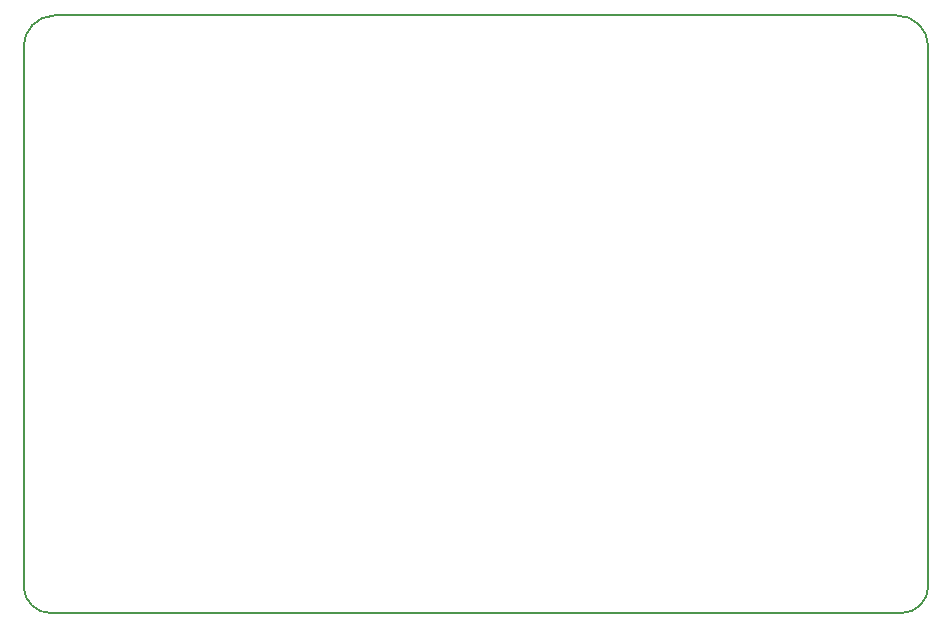
<source format=gbr>
G04 #@! TF.GenerationSoftware,KiCad,Pcbnew,5.1.5+dfsg1-2build2*
G04 #@! TF.CreationDate,2024-07-20T11:36:23-04:00*
G04 #@! TF.ProjectId,pypilot_controller,70797069-6c6f-4745-9f63-6f6e74726f6c,rev?*
G04 #@! TF.SameCoordinates,Original*
G04 #@! TF.FileFunction,Profile,NP*
%FSLAX46Y46*%
G04 Gerber Fmt 4.6, Leading zero omitted, Abs format (unit mm)*
G04 Created by KiCad (PCBNEW 5.1.5+dfsg1-2build2) date 2024-07-20 11:36:23*
%MOMM*%
%LPD*%
G04 APERTURE LIST*
%ADD10C,0.150000*%
G04 APERTURE END LIST*
D10*
X1850000Y-3650000D02*
G75*
G02X4450000Y-950000I2650000J50000D01*
G01*
X78449999Y-49200000D02*
G75*
G02X76200078Y-51553488I-2299921J-53488D01*
G01*
X75750000Y-950000D02*
G75*
G02X78450000Y-3550000I50000J-2650000D01*
G01*
X4203487Y-51549921D02*
G75*
G02X1850000Y-49300000I-53487J2299921D01*
G01*
X4450000Y-950000D02*
X75750000Y-950000D01*
X78450000Y-49200000D02*
X78450000Y-3550000D01*
X4200000Y-51550000D02*
X76200078Y-51553488D01*
X1850000Y-49300000D02*
X1850000Y-3650000D01*
M02*

</source>
